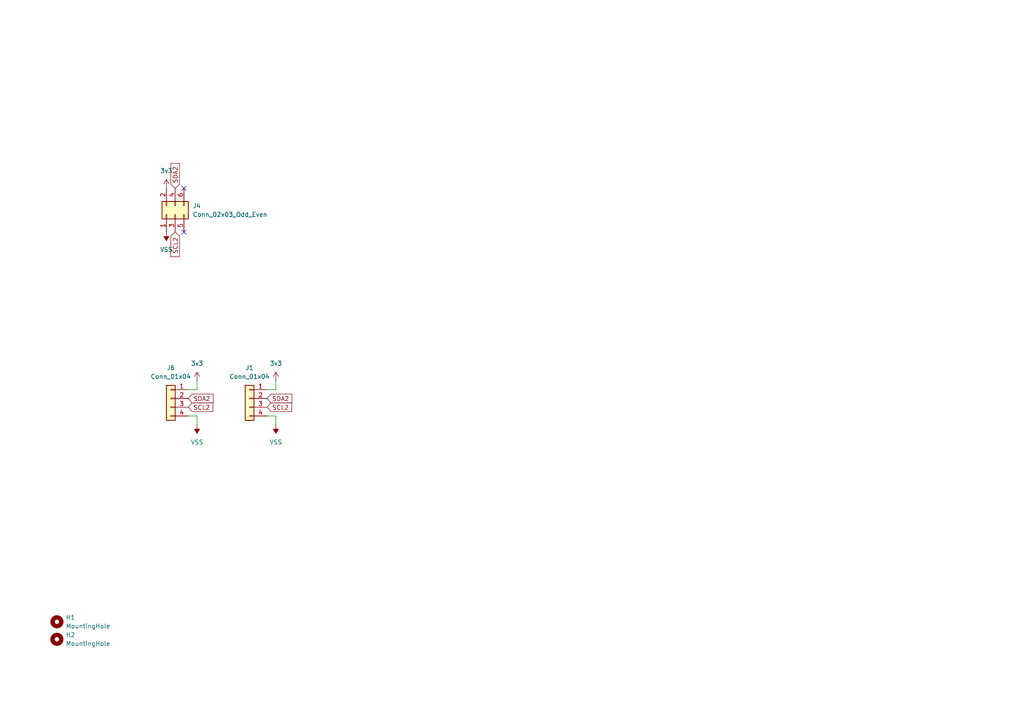
<source format=kicad_sch>
(kicad_sch
	(version 20250114)
	(generator "eeschema")
	(generator_version "9.0")
	(uuid "8189f107-e3c6-4145-b506-06b0709e8917")
	(paper "A4")
	(lib_symbols
		(symbol "Connector_Generic:Conn_01x04"
			(pin_names
				(offset 1.016)
				(hide yes)
			)
			(exclude_from_sim no)
			(in_bom yes)
			(on_board yes)
			(property "Reference" "J"
				(at 0 5.08 0)
				(effects
					(font
						(size 1.27 1.27)
					)
				)
			)
			(property "Value" "Conn_01x04"
				(at 0 -7.62 0)
				(effects
					(font
						(size 1.27 1.27)
					)
				)
			)
			(property "Footprint" ""
				(at 0 0 0)
				(effects
					(font
						(size 1.27 1.27)
					)
					(hide yes)
				)
			)
			(property "Datasheet" "~"
				(at 0 0 0)
				(effects
					(font
						(size 1.27 1.27)
					)
					(hide yes)
				)
			)
			(property "Description" "Generic connector, single row, 01x04, script generated (kicad-library-utils/schlib/autogen/connector/)"
				(at 0 0 0)
				(effects
					(font
						(size 1.27 1.27)
					)
					(hide yes)
				)
			)
			(property "ki_keywords" "connector"
				(at 0 0 0)
				(effects
					(font
						(size 1.27 1.27)
					)
					(hide yes)
				)
			)
			(property "ki_fp_filters" "Connector*:*_1x??_*"
				(at 0 0 0)
				(effects
					(font
						(size 1.27 1.27)
					)
					(hide yes)
				)
			)
			(symbol "Conn_01x04_1_1"
				(rectangle
					(start -1.27 3.81)
					(end 1.27 -6.35)
					(stroke
						(width 0.254)
						(type default)
					)
					(fill
						(type background)
					)
				)
				(rectangle
					(start -1.27 2.667)
					(end 0 2.413)
					(stroke
						(width 0.1524)
						(type default)
					)
					(fill
						(type none)
					)
				)
				(rectangle
					(start -1.27 0.127)
					(end 0 -0.127)
					(stroke
						(width 0.1524)
						(type default)
					)
					(fill
						(type none)
					)
				)
				(rectangle
					(start -1.27 -2.413)
					(end 0 -2.667)
					(stroke
						(width 0.1524)
						(type default)
					)
					(fill
						(type none)
					)
				)
				(rectangle
					(start -1.27 -4.953)
					(end 0 -5.207)
					(stroke
						(width 0.1524)
						(type default)
					)
					(fill
						(type none)
					)
				)
				(pin passive line
					(at -5.08 2.54 0)
					(length 3.81)
					(name "Pin_1"
						(effects
							(font
								(size 1.27 1.27)
							)
						)
					)
					(number "1"
						(effects
							(font
								(size 1.27 1.27)
							)
						)
					)
				)
				(pin passive line
					(at -5.08 0 0)
					(length 3.81)
					(name "Pin_2"
						(effects
							(font
								(size 1.27 1.27)
							)
						)
					)
					(number "2"
						(effects
							(font
								(size 1.27 1.27)
							)
						)
					)
				)
				(pin passive line
					(at -5.08 -2.54 0)
					(length 3.81)
					(name "Pin_3"
						(effects
							(font
								(size 1.27 1.27)
							)
						)
					)
					(number "3"
						(effects
							(font
								(size 1.27 1.27)
							)
						)
					)
				)
				(pin passive line
					(at -5.08 -5.08 0)
					(length 3.81)
					(name "Pin_4"
						(effects
							(font
								(size 1.27 1.27)
							)
						)
					)
					(number "4"
						(effects
							(font
								(size 1.27 1.27)
							)
						)
					)
				)
			)
			(embedded_fonts no)
		)
		(symbol "Connector_Generic:Conn_02x03_Odd_Even"
			(pin_names
				(offset 1.016)
				(hide yes)
			)
			(exclude_from_sim no)
			(in_bom yes)
			(on_board yes)
			(property "Reference" "J"
				(at 1.27 5.08 0)
				(effects
					(font
						(size 1.27 1.27)
					)
				)
			)
			(property "Value" "Conn_02x03_Odd_Even"
				(at 1.27 -5.08 0)
				(effects
					(font
						(size 1.27 1.27)
					)
				)
			)
			(property "Footprint" ""
				(at 0 0 0)
				(effects
					(font
						(size 1.27 1.27)
					)
					(hide yes)
				)
			)
			(property "Datasheet" "~"
				(at 0 0 0)
				(effects
					(font
						(size 1.27 1.27)
					)
					(hide yes)
				)
			)
			(property "Description" "Generic connector, double row, 02x03, odd/even pin numbering scheme (row 1 odd numbers, row 2 even numbers), script generated (kicad-library-utils/schlib/autogen/connector/)"
				(at 0 0 0)
				(effects
					(font
						(size 1.27 1.27)
					)
					(hide yes)
				)
			)
			(property "ki_keywords" "connector"
				(at 0 0 0)
				(effects
					(font
						(size 1.27 1.27)
					)
					(hide yes)
				)
			)
			(property "ki_fp_filters" "Connector*:*_2x??_*"
				(at 0 0 0)
				(effects
					(font
						(size 1.27 1.27)
					)
					(hide yes)
				)
			)
			(symbol "Conn_02x03_Odd_Even_1_1"
				(rectangle
					(start -1.27 3.81)
					(end 3.81 -3.81)
					(stroke
						(width 0.254)
						(type default)
					)
					(fill
						(type background)
					)
				)
				(rectangle
					(start -1.27 2.667)
					(end 0 2.413)
					(stroke
						(width 0.1524)
						(type default)
					)
					(fill
						(type none)
					)
				)
				(rectangle
					(start -1.27 0.127)
					(end 0 -0.127)
					(stroke
						(width 0.1524)
						(type default)
					)
					(fill
						(type none)
					)
				)
				(rectangle
					(start -1.27 -2.413)
					(end 0 -2.667)
					(stroke
						(width 0.1524)
						(type default)
					)
					(fill
						(type none)
					)
				)
				(rectangle
					(start 3.81 2.667)
					(end 2.54 2.413)
					(stroke
						(width 0.1524)
						(type default)
					)
					(fill
						(type none)
					)
				)
				(rectangle
					(start 3.81 0.127)
					(end 2.54 -0.127)
					(stroke
						(width 0.1524)
						(type default)
					)
					(fill
						(type none)
					)
				)
				(rectangle
					(start 3.81 -2.413)
					(end 2.54 -2.667)
					(stroke
						(width 0.1524)
						(type default)
					)
					(fill
						(type none)
					)
				)
				(pin passive line
					(at -5.08 2.54 0)
					(length 3.81)
					(name "Pin_1"
						(effects
							(font
								(size 1.27 1.27)
							)
						)
					)
					(number "1"
						(effects
							(font
								(size 1.27 1.27)
							)
						)
					)
				)
				(pin passive line
					(at -5.08 0 0)
					(length 3.81)
					(name "Pin_3"
						(effects
							(font
								(size 1.27 1.27)
							)
						)
					)
					(number "3"
						(effects
							(font
								(size 1.27 1.27)
							)
						)
					)
				)
				(pin passive line
					(at -5.08 -2.54 0)
					(length 3.81)
					(name "Pin_5"
						(effects
							(font
								(size 1.27 1.27)
							)
						)
					)
					(number "5"
						(effects
							(font
								(size 1.27 1.27)
							)
						)
					)
				)
				(pin passive line
					(at 7.62 2.54 180)
					(length 3.81)
					(name "Pin_2"
						(effects
							(font
								(size 1.27 1.27)
							)
						)
					)
					(number "2"
						(effects
							(font
								(size 1.27 1.27)
							)
						)
					)
				)
				(pin passive line
					(at 7.62 0 180)
					(length 3.81)
					(name "Pin_4"
						(effects
							(font
								(size 1.27 1.27)
							)
						)
					)
					(number "4"
						(effects
							(font
								(size 1.27 1.27)
							)
						)
					)
				)
				(pin passive line
					(at 7.62 -2.54 180)
					(length 3.81)
					(name "Pin_6"
						(effects
							(font
								(size 1.27 1.27)
							)
						)
					)
					(number "6"
						(effects
							(font
								(size 1.27 1.27)
							)
						)
					)
				)
			)
			(embedded_fonts no)
		)
		(symbol "Mechanical:MountingHole"
			(pin_names
				(offset 1.016)
			)
			(exclude_from_sim no)
			(in_bom no)
			(on_board yes)
			(property "Reference" "H"
				(at 0 5.08 0)
				(effects
					(font
						(size 1.27 1.27)
					)
				)
			)
			(property "Value" "MountingHole"
				(at 0 3.175 0)
				(effects
					(font
						(size 1.27 1.27)
					)
				)
			)
			(property "Footprint" ""
				(at 0 0 0)
				(effects
					(font
						(size 1.27 1.27)
					)
					(hide yes)
				)
			)
			(property "Datasheet" "~"
				(at 0 0 0)
				(effects
					(font
						(size 1.27 1.27)
					)
					(hide yes)
				)
			)
			(property "Description" "Mounting Hole without connection"
				(at 0 0 0)
				(effects
					(font
						(size 1.27 1.27)
					)
					(hide yes)
				)
			)
			(property "ki_keywords" "mounting hole"
				(at 0 0 0)
				(effects
					(font
						(size 1.27 1.27)
					)
					(hide yes)
				)
			)
			(property "ki_fp_filters" "MountingHole*"
				(at 0 0 0)
				(effects
					(font
						(size 1.27 1.27)
					)
					(hide yes)
				)
			)
			(symbol "MountingHole_0_1"
				(circle
					(center 0 0)
					(radius 1.27)
					(stroke
						(width 1.27)
						(type default)
					)
					(fill
						(type none)
					)
				)
			)
			(embedded_fonts no)
		)
		(symbol "power:VCC"
			(power)
			(pin_numbers
				(hide yes)
			)
			(pin_names
				(offset 0)
				(hide yes)
			)
			(exclude_from_sim no)
			(in_bom yes)
			(on_board yes)
			(property "Reference" "#PWR"
				(at 0 -3.81 0)
				(effects
					(font
						(size 1.27 1.27)
					)
					(hide yes)
				)
			)
			(property "Value" "VCC"
				(at 0 3.556 0)
				(effects
					(font
						(size 1.27 1.27)
					)
				)
			)
			(property "Footprint" ""
				(at 0 0 0)
				(effects
					(font
						(size 1.27 1.27)
					)
					(hide yes)
				)
			)
			(property "Datasheet" ""
				(at 0 0 0)
				(effects
					(font
						(size 1.27 1.27)
					)
					(hide yes)
				)
			)
			(property "Description" "Power symbol creates a global label with name \"VCC\""
				(at 0 0 0)
				(effects
					(font
						(size 1.27 1.27)
					)
					(hide yes)
				)
			)
			(property "ki_keywords" "global power"
				(at 0 0 0)
				(effects
					(font
						(size 1.27 1.27)
					)
					(hide yes)
				)
			)
			(symbol "VCC_0_1"
				(polyline
					(pts
						(xy -0.762 1.27) (xy 0 2.54)
					)
					(stroke
						(width 0)
						(type default)
					)
					(fill
						(type none)
					)
				)
				(polyline
					(pts
						(xy 0 2.54) (xy 0.762 1.27)
					)
					(stroke
						(width 0)
						(type default)
					)
					(fill
						(type none)
					)
				)
				(polyline
					(pts
						(xy 0 0) (xy 0 2.54)
					)
					(stroke
						(width 0)
						(type default)
					)
					(fill
						(type none)
					)
				)
			)
			(symbol "VCC_1_1"
				(pin power_in line
					(at 0 0 90)
					(length 0)
					(name "~"
						(effects
							(font
								(size 1.27 1.27)
							)
						)
					)
					(number "1"
						(effects
							(font
								(size 1.27 1.27)
							)
						)
					)
				)
			)
			(embedded_fonts no)
		)
		(symbol "power:VSS"
			(power)
			(pin_numbers
				(hide yes)
			)
			(pin_names
				(offset 0)
				(hide yes)
			)
			(exclude_from_sim no)
			(in_bom yes)
			(on_board yes)
			(property "Reference" "#PWR"
				(at 0 -3.81 0)
				(effects
					(font
						(size 1.27 1.27)
					)
					(hide yes)
				)
			)
			(property "Value" "VSS"
				(at 0 3.556 0)
				(effects
					(font
						(size 1.27 1.27)
					)
				)
			)
			(property "Footprint" ""
				(at 0 0 0)
				(effects
					(font
						(size 1.27 1.27)
					)
					(hide yes)
				)
			)
			(property "Datasheet" ""
				(at 0 0 0)
				(effects
					(font
						(size 1.27 1.27)
					)
					(hide yes)
				)
			)
			(property "Description" "Power symbol creates a global label with name \"VSS\""
				(at 0 0 0)
				(effects
					(font
						(size 1.27 1.27)
					)
					(hide yes)
				)
			)
			(property "ki_keywords" "global power"
				(at 0 0 0)
				(effects
					(font
						(size 1.27 1.27)
					)
					(hide yes)
				)
			)
			(symbol "VSS_0_1"
				(polyline
					(pts
						(xy 0 0) (xy 0 2.54)
					)
					(stroke
						(width 0)
						(type default)
					)
					(fill
						(type none)
					)
				)
				(polyline
					(pts
						(xy 0.762 1.27) (xy -0.762 1.27) (xy 0 2.54) (xy 0.762 1.27)
					)
					(stroke
						(width 0)
						(type default)
					)
					(fill
						(type outline)
					)
				)
			)
			(symbol "VSS_1_1"
				(pin power_in line
					(at 0 0 90)
					(length 0)
					(name "~"
						(effects
							(font
								(size 1.27 1.27)
							)
						)
					)
					(number "1"
						(effects
							(font
								(size 1.27 1.27)
							)
						)
					)
				)
			)
			(embedded_fonts no)
		)
	)
	(no_connect
		(at 53.34 54.61)
		(uuid "dc1133aa-bd7a-4bc2-ae2c-634df34ac6b4")
	)
	(no_connect
		(at 53.34 67.31)
		(uuid "f5cb2944-03dd-483f-a7ec-2b0b9cdd7f5e")
	)
	(wire
		(pts
			(xy 57.15 120.65) (xy 54.61 120.65)
		)
		(stroke
			(width 0)
			(type default)
		)
		(uuid "0cad6eea-85e9-4101-9969-3694a0ddc5d0")
	)
	(wire
		(pts
			(xy 80.01 123.19) (xy 80.01 120.65)
		)
		(stroke
			(width 0)
			(type default)
		)
		(uuid "1c7c7de5-1db6-40b0-95a8-6b747df4d55b")
	)
	(wire
		(pts
			(xy 80.01 120.65) (xy 77.47 120.65)
		)
		(stroke
			(width 0)
			(type default)
		)
		(uuid "3ac51143-ebb7-458a-a025-9d589f3de54c")
	)
	(wire
		(pts
			(xy 57.15 110.49) (xy 57.15 113.03)
		)
		(stroke
			(width 0)
			(type default)
		)
		(uuid "74231685-0490-41e1-b271-0a2872a3d22e")
	)
	(wire
		(pts
			(xy 80.01 110.49) (xy 80.01 113.03)
		)
		(stroke
			(width 0)
			(type default)
		)
		(uuid "8409965e-560e-4560-91b9-beadaa86aa0f")
	)
	(wire
		(pts
			(xy 57.15 113.03) (xy 54.61 113.03)
		)
		(stroke
			(width 0)
			(type default)
		)
		(uuid "8dd2509e-2955-438d-9c75-3a589ed85e87")
	)
	(wire
		(pts
			(xy 57.15 123.19) (xy 57.15 120.65)
		)
		(stroke
			(width 0)
			(type default)
		)
		(uuid "9e4baa07-40ee-4d33-a739-9396a607b86c")
	)
	(wire
		(pts
			(xy 80.01 113.03) (xy 77.47 113.03)
		)
		(stroke
			(width 0)
			(type default)
		)
		(uuid "b0ed5d3a-acde-4369-832d-66a06d12773d")
	)
	(global_label "SCL2"
		(shape input)
		(at 77.47 118.11 0)
		(fields_autoplaced yes)
		(effects
			(font
				(size 1.27 1.27)
			)
			(justify left)
		)
		(uuid "2dcb7353-da69-4836-81c5-bdef48b675f0")
		(property "Intersheetrefs" "${INTERSHEET_REFS}"
			(at 85.1723 118.11 0)
			(effects
				(font
					(size 1.27 1.27)
				)
				(justify left)
				(hide yes)
			)
		)
	)
	(global_label "SCL2"
		(shape input)
		(at 50.8 67.31 270)
		(fields_autoplaced yes)
		(effects
			(font
				(size 1.27 1.27)
			)
			(justify right)
		)
		(uuid "4dd624d0-20da-4779-a003-31704a7c4c29")
		(property "Intersheetrefs" "${INTERSHEET_REFS}"
			(at 50.8 75.0123 90)
			(effects
				(font
					(size 1.27 1.27)
				)
				(justify right)
				(hide yes)
			)
		)
	)
	(global_label "SDA2"
		(shape input)
		(at 77.47 115.57 0)
		(fields_autoplaced yes)
		(effects
			(font
				(size 1.27 1.27)
			)
			(justify left)
		)
		(uuid "891008da-95a6-4d9f-9eb2-40e2b146ee5f")
		(property "Intersheetrefs" "${INTERSHEET_REFS}"
			(at 85.2328 115.57 0)
			(effects
				(font
					(size 1.27 1.27)
				)
				(justify left)
				(hide yes)
			)
		)
	)
	(global_label "SDA2"
		(shape input)
		(at 50.8 54.61 90)
		(fields_autoplaced yes)
		(effects
			(font
				(size 1.27 1.27)
			)
			(justify left)
		)
		(uuid "b8e31076-50a9-4f57-a1b2-12045718f8fe")
		(property "Intersheetrefs" "${INTERSHEET_REFS}"
			(at 50.8 46.8472 90)
			(effects
				(font
					(size 1.27 1.27)
				)
				(justify left)
				(hide yes)
			)
		)
	)
	(global_label "SCL2"
		(shape input)
		(at 54.61 118.11 0)
		(fields_autoplaced yes)
		(effects
			(font
				(size 1.27 1.27)
			)
			(justify left)
		)
		(uuid "b9f0583e-750b-46a5-aec2-4b19e5fbb3e7")
		(property "Intersheetrefs" "${INTERSHEET_REFS}"
			(at 62.3123 118.11 0)
			(effects
				(font
					(size 1.27 1.27)
				)
				(justify left)
				(hide yes)
			)
		)
	)
	(global_label "SDA2"
		(shape input)
		(at 54.61 115.57 0)
		(fields_autoplaced yes)
		(effects
			(font
				(size 1.27 1.27)
			)
			(justify left)
		)
		(uuid "d7beb94b-a0a4-4df7-95a8-ff6cba69b4d3")
		(property "Intersheetrefs" "${INTERSHEET_REFS}"
			(at 62.3728 115.57 0)
			(effects
				(font
					(size 1.27 1.27)
				)
				(justify left)
				(hide yes)
			)
		)
	)
	(symbol
		(lib_id "power:VCC")
		(at 48.26 54.61 0)
		(unit 1)
		(exclude_from_sim no)
		(in_bom yes)
		(on_board yes)
		(dnp no)
		(fields_autoplaced yes)
		(uuid "1bd19a87-2e6c-487b-bb8b-8df93a54a955")
		(property "Reference" "#PWR016"
			(at 48.26 58.42 0)
			(effects
				(font
					(size 1.27 1.27)
				)
				(hide yes)
			)
		)
		(property "Value" "3v3"
			(at 48.26 49.53 0)
			(effects
				(font
					(size 1.27 1.27)
				)
			)
		)
		(property "Footprint" ""
			(at 48.26 54.61 0)
			(effects
				(font
					(size 1.27 1.27)
				)
				(hide yes)
			)
		)
		(property "Datasheet" ""
			(at 48.26 54.61 0)
			(effects
				(font
					(size 1.27 1.27)
				)
				(hide yes)
			)
		)
		(property "Description" "Power symbol creates a global label with name \"VCC\""
			(at 48.26 54.61 0)
			(effects
				(font
					(size 1.27 1.27)
				)
				(hide yes)
			)
		)
		(pin "1"
			(uuid "f739dee3-ead3-4066-937b-97969eba3091")
		)
		(instances
			(project "satelliteSAO"
				(path "/8189f107-e3c6-4145-b506-06b0709e8917"
					(reference "#PWR016")
					(unit 1)
				)
			)
		)
	)
	(symbol
		(lib_id "power:VSS")
		(at 57.15 123.19 180)
		(unit 1)
		(exclude_from_sim no)
		(in_bom yes)
		(on_board yes)
		(dnp no)
		(fields_autoplaced yes)
		(uuid "210edc3e-ba94-4640-bb4f-5a4002bdf2bb")
		(property "Reference" "#PWR019"
			(at 57.15 119.38 0)
			(effects
				(font
					(size 1.27 1.27)
				)
				(hide yes)
			)
		)
		(property "Value" "VSS"
			(at 57.15 128.27 0)
			(effects
				(font
					(size 1.27 1.27)
				)
			)
		)
		(property "Footprint" ""
			(at 57.15 123.19 0)
			(effects
				(font
					(size 1.27 1.27)
				)
				(hide yes)
			)
		)
		(property "Datasheet" ""
			(at 57.15 123.19 0)
			(effects
				(font
					(size 1.27 1.27)
				)
				(hide yes)
			)
		)
		(property "Description" "Power symbol creates a global label with name \"VSS\""
			(at 57.15 123.19 0)
			(effects
				(font
					(size 1.27 1.27)
				)
				(hide yes)
			)
		)
		(pin "1"
			(uuid "f880a1c4-4aa3-4d69-a29f-18137255bad2")
		)
		(instances
			(project "satelliteSAO"
				(path "/8189f107-e3c6-4145-b506-06b0709e8917"
					(reference "#PWR019")
					(unit 1)
				)
			)
		)
	)
	(symbol
		(lib_id "Mechanical:MountingHole")
		(at 16.51 185.42 0)
		(unit 1)
		(exclude_from_sim no)
		(in_bom no)
		(on_board yes)
		(dnp no)
		(fields_autoplaced yes)
		(uuid "2781788b-1fe2-409e-b424-8425020efca7")
		(property "Reference" "H2"
			(at 19.05 184.1499 0)
			(effects
				(font
					(size 1.27 1.27)
				)
				(justify left)
			)
		)
		(property "Value" "MountingHole"
			(at 19.05 186.6899 0)
			(effects
				(font
					(size 1.27 1.27)
				)
				(justify left)
			)
		)
		(property "Footprint" "MountingHole:MountingHole_3.2mm_M3"
			(at 16.51 185.42 0)
			(effects
				(font
					(size 1.27 1.27)
				)
				(hide yes)
			)
		)
		(property "Datasheet" "~"
			(at 16.51 185.42 0)
			(effects
				(font
					(size 1.27 1.27)
				)
				(hide yes)
			)
		)
		(property "Description" "Mounting Hole without connection"
			(at 16.51 185.42 0)
			(effects
				(font
					(size 1.27 1.27)
				)
				(hide yes)
			)
		)
		(instances
			(project "satelliteSAO"
				(path "/8189f107-e3c6-4145-b506-06b0709e8917"
					(reference "H2")
					(unit 1)
				)
			)
		)
	)
	(symbol
		(lib_id "power:VSS")
		(at 48.26 67.31 180)
		(unit 1)
		(exclude_from_sim no)
		(in_bom yes)
		(on_board yes)
		(dnp no)
		(fields_autoplaced yes)
		(uuid "68e02d66-ff2d-45a5-a2c0-a95879f9b313")
		(property "Reference" "#PWR017"
			(at 48.26 63.5 0)
			(effects
				(font
					(size 1.27 1.27)
				)
				(hide yes)
			)
		)
		(property "Value" "VSS"
			(at 48.26 72.39 0)
			(effects
				(font
					(size 1.27 1.27)
				)
			)
		)
		(property "Footprint" ""
			(at 48.26 67.31 0)
			(effects
				(font
					(size 1.27 1.27)
				)
				(hide yes)
			)
		)
		(property "Datasheet" ""
			(at 48.26 67.31 0)
			(effects
				(font
					(size 1.27 1.27)
				)
				(hide yes)
			)
		)
		(property "Description" "Power symbol creates a global label with name \"VSS\""
			(at 48.26 67.31 0)
			(effects
				(font
					(size 1.27 1.27)
				)
				(hide yes)
			)
		)
		(pin "1"
			(uuid "398131e5-6977-42a7-987d-281ebf35c9b1")
		)
		(instances
			(project "satelliteSAO"
				(path "/8189f107-e3c6-4145-b506-06b0709e8917"
					(reference "#PWR017")
					(unit 1)
				)
			)
		)
	)
	(symbol
		(lib_id "power:VCC")
		(at 57.15 110.49 0)
		(unit 1)
		(exclude_from_sim no)
		(in_bom yes)
		(on_board yes)
		(dnp no)
		(fields_autoplaced yes)
		(uuid "8435d2d2-0975-4665-be46-7a2957ec7d7e")
		(property "Reference" "#PWR018"
			(at 57.15 114.3 0)
			(effects
				(font
					(size 1.27 1.27)
				)
				(hide yes)
			)
		)
		(property "Value" "3v3"
			(at 57.15 105.41 0)
			(effects
				(font
					(size 1.27 1.27)
				)
			)
		)
		(property "Footprint" ""
			(at 57.15 110.49 0)
			(effects
				(font
					(size 1.27 1.27)
				)
				(hide yes)
			)
		)
		(property "Datasheet" ""
			(at 57.15 110.49 0)
			(effects
				(font
					(size 1.27 1.27)
				)
				(hide yes)
			)
		)
		(property "Description" "Power symbol creates a global label with name \"VCC\""
			(at 57.15 110.49 0)
			(effects
				(font
					(size 1.27 1.27)
				)
				(hide yes)
			)
		)
		(pin "1"
			(uuid "49c72cc2-2d6c-4902-a494-40c241e47b1c")
		)
		(instances
			(project "satelliteSAO"
				(path "/8189f107-e3c6-4145-b506-06b0709e8917"
					(reference "#PWR018")
					(unit 1)
				)
			)
		)
	)
	(symbol
		(lib_id "power:VCC")
		(at 80.01 110.49 0)
		(unit 1)
		(exclude_from_sim no)
		(in_bom yes)
		(on_board yes)
		(dnp no)
		(fields_autoplaced yes)
		(uuid "9966c848-ce1c-4325-b612-951b2d0296bc")
		(property "Reference" "#PWR01"
			(at 80.01 114.3 0)
			(effects
				(font
					(size 1.27 1.27)
				)
				(hide yes)
			)
		)
		(property "Value" "3v3"
			(at 80.01 105.41 0)
			(effects
				(font
					(size 1.27 1.27)
				)
			)
		)
		(property "Footprint" ""
			(at 80.01 110.49 0)
			(effects
				(font
					(size 1.27 1.27)
				)
				(hide yes)
			)
		)
		(property "Datasheet" ""
			(at 80.01 110.49 0)
			(effects
				(font
					(size 1.27 1.27)
				)
				(hide yes)
			)
		)
		(property "Description" "Power symbol creates a global label with name \"VCC\""
			(at 80.01 110.49 0)
			(effects
				(font
					(size 1.27 1.27)
				)
				(hide yes)
			)
		)
		(pin "1"
			(uuid "1018ff31-abff-4dc0-954f-5c7a5baa6b90")
		)
		(instances
			(project "satelliteSAO"
				(path "/8189f107-e3c6-4145-b506-06b0709e8917"
					(reference "#PWR01")
					(unit 1)
				)
			)
		)
	)
	(symbol
		(lib_id "Connector_Generic:Conn_01x04")
		(at 49.53 115.57 0)
		(mirror y)
		(unit 1)
		(exclude_from_sim no)
		(in_bom yes)
		(on_board yes)
		(dnp no)
		(fields_autoplaced yes)
		(uuid "aaf91ca9-d61b-40cc-b956-536922fad29b")
		(property "Reference" "J6"
			(at 49.53 106.68 0)
			(effects
				(font
					(size 1.27 1.27)
				)
			)
		)
		(property "Value" "Conn_01x04"
			(at 49.53 109.22 0)
			(effects
				(font
					(size 1.27 1.27)
				)
			)
		)
		(property "Footprint" "Connector_Molex:Molex_PicoBlade_53261-0471_1x04-1MP_P1.25mm_Horizontal"
			(at 49.53 115.57 0)
			(effects
				(font
					(size 1.27 1.27)
				)
				(hide yes)
			)
		)
		(property "Datasheet" "~"
			(at 49.53 115.57 0)
			(effects
				(font
					(size 1.27 1.27)
				)
				(hide yes)
			)
		)
		(property "Description" "Generic connector, single row, 01x04, script generated (kicad-library-utils/schlib/autogen/connector/)"
			(at 49.53 115.57 0)
			(effects
				(font
					(size 1.27 1.27)
				)
				(hide yes)
			)
		)
		(pin "1"
			(uuid "855525d6-1c38-4bf6-b4a3-0dcb5fb3be50")
		)
		(pin "3"
			(uuid "83fb1578-8965-406a-9ad4-6ac592f5a4a7")
		)
		(pin "4"
			(uuid "7f33b24e-bcea-42f3-99eb-67ac9747b91e")
		)
		(pin "2"
			(uuid "e42a1af4-1c4d-4e62-993e-d8657d5b2905")
		)
		(instances
			(project "satelliteSAO"
				(path "/8189f107-e3c6-4145-b506-06b0709e8917"
					(reference "J6")
					(unit 1)
				)
			)
		)
	)
	(symbol
		(lib_id "Connector_Generic:Conn_01x04")
		(at 72.39 115.57 0)
		(mirror y)
		(unit 1)
		(exclude_from_sim no)
		(in_bom yes)
		(on_board yes)
		(dnp no)
		(fields_autoplaced yes)
		(uuid "bea62477-55e7-4d19-be1f-49f50bbab48d")
		(property "Reference" "J1"
			(at 72.39 106.68 0)
			(effects
				(font
					(size 1.27 1.27)
				)
			)
		)
		(property "Value" "Conn_01x04"
			(at 72.39 109.22 0)
			(effects
				(font
					(size 1.27 1.27)
				)
			)
		)
		(property "Footprint" "Connector_Molex:Molex_PicoBlade_53261-0471_1x04-1MP_P1.25mm_Horizontal"
			(at 72.39 115.57 0)
			(effects
				(font
					(size 1.27 1.27)
				)
				(hide yes)
			)
		)
		(property "Datasheet" "~"
			(at 72.39 115.57 0)
			(effects
				(font
					(size 1.27 1.27)
				)
				(hide yes)
			)
		)
		(property "Description" "Generic connector, single row, 01x04, script generated (kicad-library-utils/schlib/autogen/connector/)"
			(at 72.39 115.57 0)
			(effects
				(font
					(size 1.27 1.27)
				)
				(hide yes)
			)
		)
		(pin "1"
			(uuid "dd2bd2ef-e380-4674-9f27-a85760501dcd")
		)
		(pin "3"
			(uuid "f498dff3-e97d-49bd-b439-53bf88a14340")
		)
		(pin "4"
			(uuid "f7df1b9d-c26f-4957-a9a7-95506bf20657")
		)
		(pin "2"
			(uuid "3a7eecff-ba46-4338-b652-b4f1976c163d")
		)
		(instances
			(project "satelliteSAO"
				(path "/8189f107-e3c6-4145-b506-06b0709e8917"
					(reference "J1")
					(unit 1)
				)
			)
		)
	)
	(symbol
		(lib_id "Connector_Generic:Conn_02x03_Odd_Even")
		(at 50.8 62.23 90)
		(unit 1)
		(exclude_from_sim no)
		(in_bom yes)
		(on_board yes)
		(dnp no)
		(fields_autoplaced yes)
		(uuid "d1392d2c-203c-491e-bcb5-e8931be4bd9d")
		(property "Reference" "J4"
			(at 55.88 59.6899 90)
			(effects
				(font
					(size 1.27 1.27)
				)
				(justify right)
			)
		)
		(property "Value" "Conn_02x03_Odd_Even"
			(at 55.88 62.2299 90)
			(effects
				(font
					(size 1.27 1.27)
				)
				(justify right)
			)
		)
		(property "Footprint" "Connector_PinHeader_2.54mm:PinHeader_2x03_P2.54mm_Vertical"
			(at 50.8 62.23 0)
			(effects
				(font
					(size 1.27 1.27)
				)
				(hide yes)
			)
		)
		(property "Datasheet" "~"
			(at 50.8 62.23 0)
			(effects
				(font
					(size 1.27 1.27)
				)
				(hide yes)
			)
		)
		(property "Description" "Generic connector, double row, 02x03, odd/even pin numbering scheme (row 1 odd numbers, row 2 even numbers), script generated (kicad-library-utils/schlib/autogen/connector/)"
			(at 50.8 62.23 0)
			(effects
				(font
					(size 1.27 1.27)
				)
				(hide yes)
			)
		)
		(pin "1"
			(uuid "9793233e-9152-4c5a-9dde-29b22cc231b1")
		)
		(pin "2"
			(uuid "c2a10379-2227-487e-8231-c9fe14e7e5a8")
		)
		(pin "6"
			(uuid "a5f239bb-d228-4c07-91d0-963ce379cad6")
		)
		(pin "3"
			(uuid "68920ec1-3953-4dbe-94b3-967f308886d9")
		)
		(pin "5"
			(uuid "a75d554f-f424-4ec6-8303-dfd72da424b7")
		)
		(pin "4"
			(uuid "d0847d02-e2dc-46d3-8940-5f95607c739b")
		)
		(instances
			(project "satelliteSAO"
				(path "/8189f107-e3c6-4145-b506-06b0709e8917"
					(reference "J4")
					(unit 1)
				)
			)
		)
	)
	(symbol
		(lib_id "Mechanical:MountingHole")
		(at 16.51 180.34 0)
		(unit 1)
		(exclude_from_sim no)
		(in_bom no)
		(on_board yes)
		(dnp no)
		(fields_autoplaced yes)
		(uuid "d800bf80-54cc-476a-8b96-4002bf90e071")
		(property "Reference" "H1"
			(at 19.05 179.0699 0)
			(effects
				(font
					(size 1.27 1.27)
				)
				(justify left)
			)
		)
		(property "Value" "MountingHole"
			(at 19.05 181.6099 0)
			(effects
				(font
					(size 1.27 1.27)
				)
				(justify left)
			)
		)
		(property "Footprint" "MountingHole:MountingHole_3.2mm_M3"
			(at 16.51 180.34 0)
			(effects
				(font
					(size 1.27 1.27)
				)
				(hide yes)
			)
		)
		(property "Datasheet" "~"
			(at 16.51 180.34 0)
			(effects
				(font
					(size 1.27 1.27)
				)
				(hide yes)
			)
		)
		(property "Description" "Mounting Hole without connection"
			(at 16.51 180.34 0)
			(effects
				(font
					(size 1.27 1.27)
				)
				(hide yes)
			)
		)
		(instances
			(project ""
				(path "/8189f107-e3c6-4145-b506-06b0709e8917"
					(reference "H1")
					(unit 1)
				)
			)
		)
	)
	(symbol
		(lib_id "power:VSS")
		(at 80.01 123.19 180)
		(unit 1)
		(exclude_from_sim no)
		(in_bom yes)
		(on_board yes)
		(dnp no)
		(fields_autoplaced yes)
		(uuid "f8d749ab-1619-470e-a02d-c04ca941c4f8")
		(property "Reference" "#PWR02"
			(at 80.01 119.38 0)
			(effects
				(font
					(size 1.27 1.27)
				)
				(hide yes)
			)
		)
		(property "Value" "VSS"
			(at 80.01 128.27 0)
			(effects
				(font
					(size 1.27 1.27)
				)
			)
		)
		(property "Footprint" ""
			(at 80.01 123.19 0)
			(effects
				(font
					(size 1.27 1.27)
				)
				(hide yes)
			)
		)
		(property "Datasheet" ""
			(at 80.01 123.19 0)
			(effects
				(font
					(size 1.27 1.27)
				)
				(hide yes)
			)
		)
		(property "Description" "Power symbol creates a global label with name \"VSS\""
			(at 80.01 123.19 0)
			(effects
				(font
					(size 1.27 1.27)
				)
				(hide yes)
			)
		)
		(pin "1"
			(uuid "1bb72b9f-9179-4490-822e-14ab92c64ffe")
		)
		(instances
			(project "satelliteSAO"
				(path "/8189f107-e3c6-4145-b506-06b0709e8917"
					(reference "#PWR02")
					(unit 1)
				)
			)
		)
	)
	(sheet_instances
		(path "/"
			(page "1")
		)
	)
	(embedded_fonts no)
)

</source>
